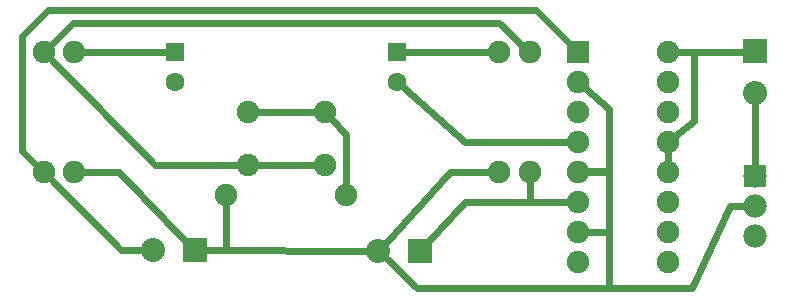
<source format=gtl>
G04 MADE WITH FRITZING*
G04 WWW.FRITZING.ORG*
G04 DOUBLE SIDED*
G04 HOLES PLATED*
G04 CONTOUR ON CENTER OF CONTOUR VECTOR*
%ASAXBY*%
%FSLAX23Y23*%
%MOIN*%
%OFA0B0*%
%SFA1.0B1.0*%
%ADD10C,0.075000*%
%ADD11C,0.080000*%
%ADD12C,0.078000*%
%ADD13C,0.062992*%
%ADD14R,0.080000X0.080000*%
%ADD15R,0.075000X0.075000*%
%ADD16R,0.078000X0.078000*%
%ADD17R,0.062992X0.062992*%
%ADD18C,0.024000*%
%ADD19R,0.001000X0.001000*%
%LNCOPPER1*%
G90*
G70*
G54D10*
X1758Y485D03*
X1758Y885D03*
X138Y485D03*
X138Y885D03*
X1657Y485D03*
X1657Y885D03*
X238Y485D03*
X238Y885D03*
X747Y408D03*
X1147Y408D03*
G54D11*
X2508Y888D03*
X2508Y750D03*
G54D10*
X1920Y886D03*
X2220Y886D03*
X1920Y786D03*
X2220Y786D03*
X1920Y686D03*
X2220Y686D03*
X1920Y586D03*
X2220Y586D03*
X1920Y486D03*
X2220Y486D03*
X1920Y386D03*
X2220Y386D03*
X1920Y286D03*
X2220Y286D03*
X1920Y186D03*
X2220Y186D03*
G54D12*
X2508Y472D03*
X2508Y372D03*
X2508Y272D03*
G54D13*
X1317Y884D03*
X1317Y786D03*
X577Y884D03*
X577Y786D03*
G54D10*
X820Y686D03*
X1076Y686D03*
X820Y509D03*
X1076Y509D03*
G54D11*
X1392Y223D03*
X1254Y223D03*
X642Y224D03*
X504Y224D03*
G54D14*
X2508Y888D03*
G54D15*
X1920Y886D03*
G54D16*
X2508Y472D03*
G54D17*
X1317Y884D03*
X577Y884D03*
G54D14*
X1392Y223D03*
X642Y224D03*
G54D18*
X237Y981D02*
X158Y905D01*
D02*
X1737Y905D02*
X1657Y981D01*
D02*
X1657Y981D02*
X237Y981D01*
D02*
X2477Y887D02*
X2248Y886D01*
D02*
X2220Y514D02*
X2220Y557D01*
D02*
X2306Y656D02*
X2306Y886D01*
D02*
X2242Y604D02*
X2306Y656D01*
D02*
X2306Y886D02*
X2248Y886D01*
D02*
X848Y509D02*
X1047Y509D01*
D02*
X848Y686D02*
X1047Y686D01*
D02*
X1344Y885D02*
X1629Y885D01*
D02*
X550Y884D02*
X266Y885D01*
D02*
X1147Y608D02*
X1147Y437D01*
D02*
X1095Y665D02*
X1147Y608D01*
D02*
X2508Y502D02*
X2508Y719D01*
D02*
X1891Y586D02*
X1541Y586D01*
D02*
X1541Y586D02*
X1337Y768D01*
D02*
X1891Y386D02*
X1758Y386D01*
D02*
X1758Y386D02*
X1758Y456D01*
D02*
X1542Y386D02*
X1413Y246D01*
D02*
X1758Y386D02*
X1542Y386D01*
D02*
X1758Y456D02*
X1758Y386D01*
D02*
X395Y224D02*
X158Y464D01*
D02*
X473Y224D02*
X395Y224D01*
D02*
X67Y555D02*
X117Y505D01*
D02*
X67Y940D02*
X67Y555D01*
D02*
X152Y1024D02*
X67Y940D01*
D02*
X1778Y1024D02*
X152Y1024D01*
D02*
X1899Y906D02*
X1778Y1024D01*
D02*
X389Y485D02*
X620Y246D01*
D02*
X266Y485D02*
X389Y485D01*
D02*
X1492Y485D02*
X1629Y485D01*
D02*
X1275Y246D02*
X1492Y485D01*
D02*
X1382Y100D02*
X2022Y100D01*
D02*
X2022Y100D02*
X2022Y286D01*
D02*
X2022Y286D02*
X1948Y286D01*
D02*
X1276Y201D02*
X1382Y100D01*
D02*
X2022Y694D02*
X2022Y486D01*
D02*
X2022Y486D02*
X1948Y486D01*
D02*
X1941Y767D02*
X2022Y694D01*
D02*
X2022Y286D02*
X1948Y286D01*
D02*
X2022Y486D02*
X2022Y286D01*
D02*
X747Y224D02*
X673Y224D01*
D02*
X747Y380D02*
X747Y224D01*
D02*
X1223Y223D02*
X673Y224D01*
D02*
X508Y509D02*
X791Y509D01*
D02*
X158Y864D02*
X508Y509D01*
D02*
X2425Y372D02*
X2478Y372D01*
D02*
X1276Y201D02*
X1382Y98D01*
D02*
X1382Y98D02*
X2300Y98D01*
D02*
X2300Y98D02*
X2425Y372D01*
G54D19*
X1917Y498D02*
X2022Y498D01*
X1914Y497D02*
X2026Y497D01*
X1912Y496D02*
X2027Y496D01*
X1911Y495D02*
X2029Y495D01*
X1910Y494D02*
X2030Y494D01*
X1909Y493D02*
X2030Y493D01*
X1909Y492D02*
X2031Y492D01*
X1908Y491D02*
X2032Y491D01*
X1908Y490D02*
X2032Y490D01*
X1908Y489D02*
X2032Y489D01*
X1907Y488D02*
X2032Y488D01*
X1907Y487D02*
X2032Y487D01*
X1907Y486D02*
X2033Y486D01*
X1907Y485D02*
X2032Y485D01*
X1907Y484D02*
X2032Y484D01*
X1908Y483D02*
X2032Y483D01*
X1908Y482D02*
X2032Y482D01*
X1908Y481D02*
X2031Y481D01*
X1909Y480D02*
X2031Y480D01*
X1910Y479D02*
X2030Y479D01*
X1910Y478D02*
X2029Y478D01*
X1912Y477D02*
X2028Y477D01*
X1913Y476D02*
X2027Y476D01*
X1915Y475D02*
X2025Y475D01*
D02*
G04 End of Copper1*
M02*
</source>
